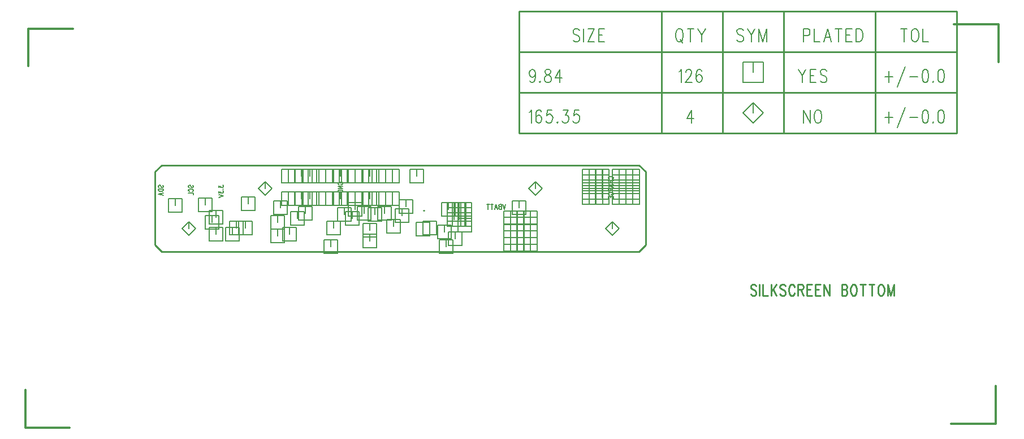
<source format=gbr>
*
*
G04 PADS 9.5 Build Number: 522968 generated Gerber (RS-274-X) file*
G04 PC Version=2.1*
*
%IN "BMON.pcb"*%
*
%MOIN*%
*
%FSLAX35Y35*%
*
*
*
*
G04 PC Standard Apertures*
*
*
G04 Thermal Relief Aperture macro.*
%AMTER*
1,1,$1,0,0*
1,0,$1-$2,0,0*
21,0,$3,$4,0,0,45*
21,0,$3,$4,0,0,135*
%
*
*
G04 Annular Aperture macro.*
%AMANN*
1,1,$1,0,0*
1,0,$2,0,0*
%
*
*
G04 Odd Aperture macro.*
%AMODD*
1,1,$1,0,0*
1,0,$1-0.005,0,0*
%
*
*
G04 PC Custom Aperture Macros*
*
*
*
*
*
*
G04 PC Aperture Table*
*
%ADD011C,0.01*%
%ADD015C,0.00591*%
%ADD016C,0.008*%
%ADD033C,0.001*%
%ADD057C,0.01181*%
*
*
*
*
G04 PC Circuitry*
G04 Layer Name BMON.pcb - circuitry*
%LPD*%
*
*
G04 PC Custom Flashes*
G04 Layer Name BMON.pcb - flashes*
%LPD*%
*
*
G04 PC Circuitry*
G04 Layer Name BMON.pcb - circuitry*
%LPD*%
*
G54D11*
G01X2006156Y1659025D02*
X2005701Y1659650D01*
X2005019Y1659963*
X2005019D02*
X2004110D01*
X2004110D02*
X2003429Y1659650D01*
X2002974Y1659025*
Y1658400*
X2003201Y1657775*
X2003429Y1657463*
X2003429D02*
X2003883Y1657150D01*
X2005247Y1656525*
X2005701Y1656213*
X2005701D02*
X2005929Y1655900D01*
X2006156Y1655275*
Y1654338*
X2006156D02*
X2005701Y1653713D01*
X2005701D02*
X2005019Y1653400D01*
X2004110*
X2003429Y1653713*
X2003429D02*
X2002974Y1654338D01*
X2008201Y1659963D02*
Y1653400D01*
X2010247Y1659963D02*
Y1653400D01*
X2012974*
X2015019Y1659963D02*
Y1653400D01*
X2018201Y1659963D02*
X2015019Y1655588D01*
X2016156Y1657150D02*
X2018201Y1653400D01*
X2023429Y1659025D02*
X2022974Y1659650D01*
X2022292Y1659963*
X2022292D02*
X2021383D01*
X2021383D02*
X2020701Y1659650D01*
X2020247Y1659025*
Y1658400*
X2020474Y1657775*
X2020701Y1657463*
X2020701D02*
X2021156Y1657150D01*
X2022519Y1656525*
X2022974Y1656213*
X2022974D02*
X2023201Y1655900D01*
X2023429Y1655275*
Y1654338*
X2023429D02*
X2022974Y1653713D01*
X2022974D02*
X2022292Y1653400D01*
X2021383*
X2020701Y1653713*
X2020701D02*
X2020247Y1654338D01*
X2028883Y1658400D02*
X2028656Y1659025D01*
X2028201Y1659650*
X2027747Y1659963*
X2027747D02*
X2026838D01*
X2026838D02*
X2026383Y1659650D01*
X2025929Y1659025*
X2025701Y1658400*
X2025474Y1657463*
X2025474D02*
Y1655900D01*
X2025701Y1654963*
X2025701D02*
X2025929Y1654338D01*
X2025929D02*
X2026383Y1653713D01*
X2026383D02*
X2026838Y1653400D01*
X2027747*
X2028201Y1653713*
X2028201D02*
X2028656Y1654338D01*
X2028656D02*
X2028883Y1654963D01*
X2030929Y1659963D02*
Y1653400D01*
Y1659963D02*
X2032974D01*
X2032974D02*
X2033656Y1659650D01*
X2033883Y1659338*
X2033883D02*
X2034110Y1658713D01*
X2034110D02*
Y1658088D01*
X2034110D02*
X2033883Y1657463D01*
X2033883D02*
X2033656Y1657150D01*
X2032974Y1656838*
X2032974D02*
X2030929D01*
X2032519D02*
X2034110Y1653400D01*
X2036156Y1659963D02*
Y1653400D01*
Y1659963D02*
X2039110D01*
X2036156Y1656838D02*
X2037974D01*
X2036156Y1653400D02*
X2039110D01*
X2041156Y1659963D02*
Y1653400D01*
Y1659963D02*
X2044110D01*
X2041156Y1656838D02*
X2042974D01*
X2041156Y1653400D02*
X2044110D01*
X2046156Y1659963D02*
Y1653400D01*
Y1659963D02*
X2049338Y1653400D01*
Y1659963D02*
Y1653400D01*
X2056610Y1659963D02*
Y1653400D01*
Y1659963D02*
X2058656D01*
X2058656D02*
X2059338Y1659650D01*
X2059565Y1659338*
X2059565D02*
X2059792Y1658713D01*
X2059792D02*
Y1658088D01*
X2059792D02*
X2059565Y1657463D01*
X2059565D02*
X2059338Y1657150D01*
X2058656Y1656838*
X2056610D02*
X2058656D01*
X2058656D02*
X2059338Y1656525D01*
X2059565Y1656213*
X2059565D02*
X2059792Y1655588D01*
X2059792D02*
Y1654650D01*
X2059565Y1654025*
X2059338Y1653713*
X2059338D02*
X2058656Y1653400D01*
X2056610*
X2063201Y1659963D02*
X2062747Y1659650D01*
X2062292Y1659025*
X2062065Y1658400*
X2061838Y1657463*
X2061838D02*
Y1655900D01*
X2062065Y1654963*
X2062065D02*
X2062292Y1654338D01*
X2062292D02*
X2062747Y1653713D01*
X2062747D02*
X2063201Y1653400D01*
X2064110*
X2064565Y1653713*
X2064565D02*
X2065019Y1654338D01*
X2065019D02*
X2065247Y1654963D01*
X2065247D02*
X2065474Y1655900D01*
Y1657463*
X2065474D02*
X2065247Y1658400D01*
X2065019Y1659025*
X2064565Y1659650*
X2064110Y1659963*
X2064110D02*
X2063201D01*
X2069110D02*
Y1653400D01*
X2067519Y1659963D02*
X2070701D01*
X2074338D02*
Y1653400D01*
X2072747Y1659963D02*
X2075929D01*
X2079338D02*
X2078883Y1659650D01*
X2078429Y1659025*
X2078201Y1658400*
X2077974Y1657463*
X2077974D02*
Y1655900D01*
X2078201Y1654963*
X2078201D02*
X2078429Y1654338D01*
X2078429D02*
X2078883Y1653713D01*
X2078883D02*
X2079338Y1653400D01*
X2080247*
X2080701Y1653713*
X2080701D02*
X2081156Y1654338D01*
X2081156D02*
X2081383Y1654963D01*
X2081383D02*
X2081610Y1655900D01*
Y1657463*
X2081610D02*
X2081383Y1658400D01*
X2081156Y1659025*
X2080701Y1659650*
X2080247Y1659963*
X2080247D02*
X2079338D01*
X2083656D02*
Y1653400D01*
Y1659963D02*
X2085474Y1653400D01*
X2087292Y1659963D02*
X2085474Y1653400D01*
X2087292Y1659963D02*
Y1653400D01*
X1937242Y1730419D02*
X1655746D01*
X1651809Y1726482*
Y1683175*
X1655746Y1679238*
X1937242*
X1941179Y1683175*
Y1726482*
X1937242Y1730419*
X1866494Y1821238D02*
X2124494D01*
X1866494Y1797238D02*
X2124494D01*
X1866494Y1773238D02*
X2124494D01*
X1866494Y1749238D02*
X2124494D01*
X1866494Y1821238D02*
Y1749238D01*
X1950494Y1821238D02*
Y1749238D01*
X1986494Y1821238D02*
Y1749238D01*
X2022494Y1821238D02*
Y1749238D01*
X2076494Y1821238D02*
Y1749238D01*
X2124494Y1821238D02*
Y1749238D01*
G54D15*
X1654258Y1717230D02*
X1653987Y1717427D01*
X1653852Y1717722*
Y1718116*
X1653987Y1718411*
X1654258Y1718608*
X1654528*
X1654799Y1718509*
X1654934Y1718411*
X1655070Y1718214*
X1655340Y1717624*
X1655476Y1717427*
X1655611Y1717328*
X1655882Y1717230*
X1656288*
X1656558Y1717427*
X1656694Y1717722*
Y1718116*
X1656558Y1718411*
X1656288Y1718608*
X1653852Y1716344D02*
X1656694D01*
X1653852D02*
Y1715655D01*
X1653987Y1715360*
X1654258Y1715163*
X1654528Y1715065*
X1654934Y1714966*
X1655611*
X1656017Y1715065*
X1656288Y1715163*
X1656558Y1715360*
X1656694Y1715655*
Y1716344*
X1653852Y1713293D02*
X1656694Y1714080D01*
X1653852Y1713293D02*
X1656694Y1712506D01*
X1655746Y1713785D02*
Y1712801D01*
X1671958Y1717230D02*
X1671687Y1717427D01*
X1671552Y1717722*
Y1718116*
X1671687Y1718411*
X1671958Y1718608*
X1672228*
X1672499Y1718509*
X1672634Y1718411*
X1672770Y1718214*
X1673040Y1717624*
X1673176Y1717427*
X1673311Y1717328*
X1673582Y1717230*
X1673988*
X1674258Y1717427*
X1674394Y1717722*
Y1718116*
X1674258Y1718411*
X1673988Y1718608*
X1672228Y1714868D02*
X1671958Y1714966D01*
X1671687Y1715163*
X1671552Y1715360*
Y1715754*
X1671687Y1715950*
X1671958Y1716147*
X1672228Y1716246*
X1672634Y1716344*
X1673311*
X1673717Y1716246*
X1673988Y1716147*
X1674258Y1715950*
X1674394Y1715754*
Y1715360*
X1674258Y1715163*
X1673988Y1714966*
X1673717Y1714868*
X1671552Y1713982D02*
X1674394D01*
Y1712801*
X1689352Y1718411D02*
Y1717328D01*
X1690434Y1717919*
Y1717624*
X1690570Y1717427*
X1690705Y1717328*
X1691111Y1717230*
X1691382*
X1691788Y1717328*
X1692058Y1717525*
X1692194Y1717820*
Y1718116*
X1692058Y1718411*
X1691923Y1718509*
X1691652Y1718608*
X1691923Y1716246D02*
X1692058Y1716344D01*
X1692194Y1716246*
X1692058Y1716147*
X1691923Y1716246*
X1689352Y1715065D02*
Y1713982D01*
X1690434Y1714572*
Y1714277*
X1690570Y1714080*
X1690705Y1713982*
X1691111Y1713883*
X1691382*
X1691788Y1713982*
X1692058Y1714179*
X1692194Y1714474*
Y1714769*
X1692058Y1715065*
X1691923Y1715163*
X1691652Y1715261*
X1689352Y1712998D02*
X1692194Y1712210D01*
X1689352Y1711423D02*
X1692194Y1712210D01*
X1919828Y1722161D02*
X1919558Y1722260D01*
X1919287Y1722457*
X1919152Y1722654*
Y1723047*
X1919287Y1723244*
X1919558Y1723441*
X1919828Y1723539*
X1920234Y1723638*
X1920911*
X1921317Y1723539*
X1921588Y1723441*
X1921858Y1723244*
X1921994Y1723047*
Y1722654*
X1921858Y1722457*
X1921588Y1722260*
X1921317Y1722161*
X1919152Y1721276D02*
X1921994D01*
X1919152Y1719898D02*
X1921994D01*
X1920505Y1721276D02*
Y1719898D01*
X1919152Y1718224D02*
X1921994Y1719012D01*
X1919152Y1718224D02*
X1921994Y1717437D01*
X1921046Y1718717D02*
Y1717732D01*
X1919152Y1716551D02*
X1921994D01*
X1919152D02*
Y1715665D01*
X1919287Y1715370*
X1919422Y1715272*
X1919693Y1715173*
X1919964*
X1920234Y1715272*
X1920370Y1715370*
X1920505Y1715665*
Y1716551*
Y1715862D02*
X1921994Y1715173D01*
X1919828Y1712811D02*
X1919558Y1712909D01*
X1919287Y1713106*
X1919152Y1713303*
Y1713697*
X1919287Y1713894*
X1919558Y1714091*
X1919828Y1714189*
X1920234Y1714287*
X1920911*
X1921317Y1714189*
X1921588Y1714091*
X1921858Y1713894*
X1921994Y1713697*
Y1713303*
X1921858Y1713106*
X1921588Y1712909*
X1921317Y1712811*
X1920911*
Y1713303D02*
Y1712811D01*
X1919152Y1711925D02*
X1921994D01*
X1919152D02*
Y1710646D01*
X1920505Y1711925D02*
Y1711138D01*
X1921994Y1711925D02*
Y1710646D01*
X1858394Y1707180D02*
X1857606Y1704338D01*
X1856819Y1707180D02*
X1857606Y1704338D01*
X1855933Y1707180D02*
Y1704338D01*
Y1707180D02*
X1855047D01*
X1854752Y1707044*
X1854654Y1706909*
X1854555Y1706638*
Y1706368*
X1854654Y1706097*
X1854752Y1705962*
X1855047Y1705826*
X1855933D02*
X1855047D01*
X1854752Y1705691*
X1854654Y1705556*
X1854555Y1705285*
Y1704879*
X1854654Y1704608*
X1854752Y1704473*
X1855047Y1704338*
X1855933*
X1852882Y1707180D02*
X1853669Y1704338D01*
X1852882Y1707180D02*
X1852094Y1704338D01*
X1853374Y1705285D02*
X1852390D01*
X1850520Y1707180D02*
Y1704338D01*
X1851209Y1707180D02*
X1849831D01*
X1848256D02*
Y1704338D01*
X1848945Y1707180D02*
X1847567D01*
X1760328Y1718861D02*
X1760058Y1718960D01*
X1759787Y1719157*
X1759652Y1719354*
Y1719747*
X1759787Y1719944*
X1760058Y1720141*
X1760328Y1720239*
X1760734Y1720338*
X1761411*
X1761817Y1720239*
X1762088Y1720141*
X1762358Y1719944*
X1762494Y1719747*
Y1719354*
X1762358Y1719157*
X1762088Y1718960*
X1761817Y1718861*
X1761411*
Y1719354D02*
Y1718861D01*
X1759652Y1717976D02*
X1762494D01*
X1759652D02*
X1762494Y1716598D01*
X1759652D02*
X1762494D01*
X1759652Y1715712D02*
X1762494D01*
X1759652D02*
Y1715023D01*
X1759787Y1714728*
X1760058Y1714531*
X1760328Y1714432*
X1760734Y1714334*
X1761411*
X1761817Y1714432*
X1762088Y1714531*
X1762358Y1714728*
X1762494Y1715023*
Y1715712*
X1810202Y1703559D02*
X1810448Y1703738D01*
X1810694Y1703559*
X1810448Y1703380*
X1810202Y1703559*
G54D16*
X1876218Y1712639D02*
X1880218Y1716639D01*
X1876218Y1720639*
X1872218Y1716639*
X1876218Y1712639*
Y1716639D02*
Y1720639D01*
X1716769Y1712639D02*
X1720769Y1716639D01*
X1716769Y1720639*
X1712769Y1716639*
X1716769Y1712639*
Y1716639D02*
Y1720639D01*
X1921297Y1689017D02*
X1925297Y1693017D01*
X1921297Y1697017*
X1917297Y1693017*
X1921297Y1689017*
Y1693017D02*
Y1697017D01*
X1671691Y1689017D02*
X1675691Y1693017D01*
X1671691Y1697017*
X1667691Y1693017*
X1671691Y1689017*
Y1693017D02*
Y1697017D01*
X1751549Y1678387D02*
X1759549D01*
Y1686387*
X1751549*
Y1678387*
X1755549Y1682387D02*
Y1686387D01*
X1819265Y1678387D02*
X1827265D01*
Y1686387*
X1819265*
Y1678387*
X1823265Y1682387D02*
Y1686387D01*
X1865235Y1679650D02*
X1873235D01*
Y1687650*
X1865235*
Y1679650*
X1869235Y1683650D02*
Y1687650D01*
X1857361Y1679650D02*
X1865361D01*
Y1687650*
X1857361*
Y1679650*
X1861361Y1683650D02*
Y1687650D01*
X1861298Y1679650D02*
X1869298D01*
Y1687650*
X1861298*
Y1679650*
X1865298Y1683650D02*
Y1687650D01*
X1869172Y1679650D02*
X1877172D01*
Y1687650*
X1869172*
Y1679650*
X1873172Y1683650D02*
Y1687650D01*
X1683832Y1685474D02*
X1691832D01*
Y1693474*
X1683832*
Y1685474*
X1687832Y1689474D02*
Y1693474D01*
X1683832Y1695710D02*
X1691832D01*
Y1703710*
X1683832*
Y1695710*
X1687832Y1699710D02*
Y1703710D01*
X1681470Y1692561D02*
X1689470D01*
Y1700561*
X1681470*
Y1692561*
X1685470Y1696561D02*
Y1700561D01*
X1695643Y1689411D02*
X1703643D01*
Y1697411*
X1695643*
Y1689411*
X1699643Y1693411D02*
Y1697411D01*
X1693281Y1685474D02*
X1701281D01*
Y1693474*
X1693281*
Y1685474*
X1697281Y1689474D02*
Y1693474D01*
X1701155Y1689411D02*
X1709155D01*
Y1697411*
X1701155*
Y1689411*
X1705155Y1693411D02*
Y1697411D01*
X1721628Y1701222D02*
X1729628D01*
Y1709222*
X1721628*
Y1701222*
X1725628Y1705222D02*
Y1709222D01*
X1720053Y1692561D02*
X1728053D01*
Y1700561*
X1720053*
Y1692561*
X1724053Y1696561D02*
Y1700561D01*
X1720053Y1684687D02*
X1728053D01*
Y1692687*
X1720053*
Y1684687*
X1724053Y1688687D02*
Y1692687D01*
X1727139Y1685474D02*
X1735139D01*
Y1693474*
X1727139*
Y1685474*
X1731139Y1689474D02*
Y1693474D01*
X1731864Y1694923D02*
X1739864D01*
Y1702923*
X1731864*
Y1694923*
X1735864Y1698923D02*
Y1702923D01*
X1736588Y1698072D02*
X1744588D01*
Y1706072*
X1736588*
Y1698072*
X1740588Y1702072D02*
Y1706072D01*
X1765722Y1700435D02*
X1773722D01*
Y1708435*
X1765722*
Y1700435*
X1769722Y1704435D02*
Y1708435D01*
X1759423Y1697285D02*
X1767423D01*
Y1705285*
X1759423*
Y1697285*
X1763423Y1701285D02*
Y1705285D01*
X1764147Y1694923D02*
X1772147D01*
Y1702923*
X1764147*
Y1694923*
X1768147Y1698923D02*
Y1702923D01*
X1753124Y1689411D02*
X1761124D01*
Y1697411*
X1753124*
Y1689411*
X1757124Y1693411D02*
Y1697411D01*
X1774383Y1687836D02*
X1782383D01*
Y1695836*
X1774383*
Y1687836*
X1778383Y1691836D02*
Y1695836D01*
X1771234Y1698072D02*
X1779234D01*
Y1706072*
X1771234*
Y1698072*
X1775234Y1702072D02*
Y1706072D01*
X1774383Y1681537D02*
X1782383D01*
Y1689537*
X1774383*
Y1681537*
X1778383Y1685537D02*
Y1689537D01*
X1777533Y1697285D02*
X1785533D01*
Y1705285*
X1777533*
Y1697285*
X1781533Y1701285D02*
Y1705285D01*
X1783045Y1698072D02*
X1791045D01*
Y1706072*
X1783045*
Y1698072*
X1787045Y1702072D02*
Y1706072D01*
X1788557Y1690198D02*
X1796557D01*
Y1698198*
X1788557*
Y1690198*
X1792557Y1694198D02*
Y1698198D01*
X1793281Y1696498D02*
X1801281D01*
Y1704498*
X1793281*
Y1696498*
X1797281Y1700498D02*
Y1704498D01*
X1805880Y1688624D02*
X1813880D01*
Y1696624*
X1805880*
Y1688624*
X1809880Y1692624D02*
Y1696624D01*
X1824777Y1683112D02*
X1832777D01*
Y1691112*
X1824777*
Y1683112*
X1828777Y1687112D02*
Y1691112D01*
X1820840Y1700435D02*
X1828840D01*
Y1708435*
X1820840*
Y1700435*
X1824840Y1704435D02*
Y1708435D01*
X1823990Y1700435D02*
X1831990D01*
Y1708435*
X1823990*
Y1700435*
X1827990Y1704435D02*
Y1708435D01*
X1823990Y1697285D02*
X1831990D01*
Y1705285*
X1823990*
Y1697285*
X1827990Y1701285D02*
Y1705285D01*
X1823990Y1694135D02*
X1831990D01*
Y1702135*
X1823990*
Y1694135*
X1827990Y1698135D02*
Y1702135D01*
X1818478Y1687049D02*
X1826478D01*
Y1695049*
X1818478*
Y1687049*
X1822478Y1691049D02*
Y1695049D01*
X1809817Y1689411D02*
X1817817D01*
Y1697411*
X1809817*
Y1689411*
X1813817Y1693411D02*
Y1697411D01*
X1827139Y1700435D02*
X1835139D01*
Y1708435*
X1827139*
Y1700435*
X1831139Y1704435D02*
Y1708435D01*
X1830289Y1700435D02*
X1838289D01*
Y1708435*
X1830289*
Y1700435*
X1834289Y1704435D02*
Y1708435D01*
X1830289Y1697285D02*
X1838289D01*
Y1705285*
X1830289*
Y1697285*
X1834289Y1701285D02*
Y1705285D01*
X1827139Y1697285D02*
X1835139D01*
Y1705285*
X1827139*
Y1697285*
X1831139Y1701285D02*
Y1705285D01*
X1827139Y1694135D02*
X1835139D01*
Y1702135*
X1827139*
Y1694135*
X1831139Y1698135D02*
Y1702135D01*
X1830289Y1694135D02*
X1838289D01*
Y1702135*
X1830289*
Y1694135*
X1834289Y1698135D02*
Y1702135D01*
X1830294Y1690938D02*
X1838294D01*
Y1698938*
X1830294*
Y1690938*
X1834294Y1694938D02*
Y1698938D01*
X1862572Y1701222D02*
X1870572D01*
Y1709222*
X1862572*
Y1701222*
X1866572Y1705222D02*
Y1709222D01*
X1865235Y1683587D02*
X1873235D01*
Y1691587*
X1865235*
Y1683587*
X1869235Y1687587D02*
Y1691587D01*
X1857361Y1683587D02*
X1865361D01*
Y1691587*
X1857361*
Y1683587*
X1861361Y1687587D02*
Y1691587D01*
X1861298Y1683587D02*
X1869298D01*
Y1691587*
X1861298*
Y1683587*
X1865298Y1687587D02*
Y1691587D01*
X1865235Y1687524D02*
X1873235D01*
Y1695524*
X1865235*
Y1687524*
X1869235Y1691524D02*
Y1695524D01*
X1857361Y1687524D02*
X1865361D01*
Y1695524*
X1857361*
Y1687524*
X1861361Y1691524D02*
Y1695524D01*
X1857361Y1695398D02*
X1865361D01*
Y1703398*
X1857361*
Y1695398*
X1861361Y1699398D02*
Y1703398D01*
X1861298Y1691461D02*
X1869298D01*
Y1699461*
X1861298*
Y1691461*
X1865298Y1695461D02*
Y1699461D01*
X1857361Y1691461D02*
X1865361D01*
Y1699461*
X1857361*
Y1691461*
X1861361Y1695461D02*
Y1699461D01*
X1865235Y1695398D02*
X1873235D01*
Y1703398*
X1865235*
Y1695398*
X1869235Y1699398D02*
Y1703398D01*
X1861298Y1695398D02*
X1869298D01*
Y1703398*
X1861298*
Y1695398*
X1865298Y1699398D02*
Y1703398D01*
X1865235Y1691461D02*
X1873235D01*
Y1699461*
X1865235*
Y1691461*
X1869235Y1695461D02*
Y1699461D01*
X1861298Y1687524D02*
X1869298D01*
Y1695524*
X1861298*
Y1687524*
X1865298Y1691524D02*
Y1695524D01*
X1869172Y1683587D02*
X1877172D01*
Y1691587*
X1869172*
Y1683587*
X1873172Y1687587D02*
Y1691587D01*
X1869172Y1687524D02*
X1877172D01*
Y1695524*
X1869172*
Y1687524*
X1873172Y1691524D02*
Y1695524D01*
X1869172Y1695398D02*
X1877172D01*
Y1703398*
X1869172*
Y1695398*
X1873172Y1699398D02*
Y1703398D01*
X1869172Y1691461D02*
X1877172D01*
Y1699461*
X1869172*
Y1691461*
X1873172Y1695461D02*
Y1699461D01*
X1659694Y1702738D02*
X1667694D01*
Y1710738*
X1659694*
Y1702738*
X1663694Y1706738D02*
Y1710738D01*
X1677494Y1702938D02*
X1685494D01*
Y1710938*
X1677494*
Y1702938*
X1681494Y1706938D02*
Y1710938D01*
X1702730Y1703584D02*
X1710730D01*
Y1711584*
X1702730*
Y1703584*
X1706730Y1707584D02*
Y1711584D01*
X1738950Y1706734D02*
X1746950D01*
Y1714734*
X1738950*
Y1706734*
X1742950Y1710734D02*
Y1714734D01*
X1738950Y1720120D02*
X1746950D01*
Y1728120*
X1738950*
Y1720120*
X1742950Y1724120D02*
Y1728120D01*
X1744462Y1706734D02*
X1752462D01*
Y1714734*
X1744462*
Y1706734*
X1748462Y1710734D02*
Y1714734D01*
X1730289Y1706734D02*
X1738289D01*
Y1714734*
X1730289*
Y1706734*
X1734289Y1710734D02*
Y1714734D01*
X1726352Y1706734D02*
X1734352D01*
Y1714734*
X1726352*
Y1706734*
X1730352Y1710734D02*
Y1714734D01*
X1734226Y1706734D02*
X1742226D01*
Y1714734*
X1734226*
Y1706734*
X1738226Y1710734D02*
Y1714734D01*
X1730289Y1720120D02*
X1738289D01*
Y1728120*
X1730289*
Y1720120*
X1734289Y1724120D02*
Y1728120D01*
X1726352Y1720120D02*
X1734352D01*
Y1728120*
X1726352*
Y1720120*
X1730352Y1724120D02*
Y1728120D01*
X1734226Y1720120D02*
X1742226D01*
Y1728120*
X1734226*
Y1720120*
X1738226Y1724120D02*
Y1728120D01*
X1744462Y1720120D02*
X1752462D01*
Y1728120*
X1744462*
Y1720120*
X1748462Y1724120D02*
Y1728120D01*
X1757061Y1706734D02*
X1765061D01*
Y1714734*
X1757061*
Y1706734*
X1761061Y1710734D02*
Y1714734D01*
X1757061Y1720120D02*
X1765061D01*
Y1728120*
X1757061*
Y1720120*
X1761061Y1724120D02*
Y1728120D01*
X1748399Y1706734D02*
X1756399D01*
Y1714734*
X1748399*
Y1706734*
X1752399Y1710734D02*
Y1714734D01*
X1752336Y1706734D02*
X1760336D01*
Y1714734*
X1752336*
Y1706734*
X1756336Y1710734D02*
Y1714734D01*
X1748399Y1720120D02*
X1756399D01*
Y1728120*
X1748399*
Y1720120*
X1752399Y1724120D02*
Y1728120D01*
X1752336Y1720120D02*
X1760336D01*
Y1728120*
X1752336*
Y1720120*
X1756336Y1724120D02*
Y1728120D01*
X1761785Y1720120D02*
X1769785D01*
Y1728120*
X1761785*
Y1720120*
X1765785Y1724120D02*
Y1728120D01*
X1765722Y1720120D02*
X1773722D01*
Y1728120*
X1765722*
Y1720120*
X1769722Y1724120D02*
Y1728120D01*
X1761785Y1706734D02*
X1769785D01*
Y1714734*
X1761785*
Y1706734*
X1765785Y1710734D02*
Y1714734D01*
X1765722Y1706734D02*
X1773722D01*
Y1714734*
X1765722*
Y1706734*
X1769722Y1710734D02*
Y1714734D01*
X1774383Y1706734D02*
X1782383D01*
Y1714734*
X1774383*
Y1706734*
X1778383Y1710734D02*
Y1714734D01*
X1774383Y1720120D02*
X1782383D01*
Y1728120*
X1774383*
Y1720120*
X1778383Y1724120D02*
Y1728120D01*
X1769659Y1720120D02*
X1777659D01*
Y1728120*
X1769659*
Y1720120*
X1773659Y1724120D02*
Y1728120D01*
X1779895Y1720120D02*
X1787895D01*
Y1728120*
X1779895*
Y1720120*
X1783895Y1724120D02*
Y1728120D01*
X1783832Y1720120D02*
X1791832D01*
Y1728120*
X1783832*
Y1720120*
X1787832Y1724120D02*
Y1728120D01*
X1779895Y1706734D02*
X1787895D01*
Y1714734*
X1779895*
Y1706734*
X1783895Y1710734D02*
Y1714734D01*
X1783832Y1706734D02*
X1791832D01*
Y1714734*
X1783832*
Y1706734*
X1787832Y1710734D02*
Y1714734D01*
X1769659Y1706734D02*
X1777659D01*
Y1714734*
X1769659*
Y1706734*
X1773659Y1710734D02*
Y1714734D01*
X1801943Y1720120D02*
X1809943D01*
Y1728120*
X1801943*
Y1720120*
X1805943Y1724120D02*
Y1728120D01*
X1795643Y1702009D02*
X1803643D01*
Y1710009*
X1795643*
Y1702009*
X1799643Y1706009D02*
Y1710009D01*
X1787769Y1720120D02*
X1795769D01*
Y1728120*
X1787769*
Y1720120*
X1791769Y1724120D02*
Y1728120D01*
X1787769Y1706734D02*
X1795769D01*
Y1714734*
X1787769*
Y1706734*
X1791769Y1710734D02*
Y1714734D01*
X1903717Y1707221D02*
X1911717D01*
Y1715221*
X1903717*
Y1707221*
X1907717Y1711221D02*
Y1715221D01*
X1903717Y1719820D02*
X1911717D01*
Y1727820*
X1903717*
Y1719820*
X1907717Y1723820D02*
Y1727820D01*
X1903717Y1716670D02*
X1911717D01*
Y1724670*
X1903717*
Y1716670*
X1907717Y1720670D02*
Y1724670D01*
X1903717Y1713520D02*
X1911717D01*
Y1721520*
X1903717*
Y1713520*
X1907717Y1717520D02*
Y1721520D01*
X1903717Y1710371D02*
X1911717D01*
Y1718371*
X1903717*
Y1710371*
X1907717Y1714371D02*
Y1718371D01*
X1907654Y1707221D02*
X1915654D01*
Y1715221*
X1907654*
Y1707221*
X1911654Y1711221D02*
Y1715221D01*
X1911591Y1710371D02*
X1919591D01*
Y1718371*
X1911591*
Y1710371*
X1915591Y1714371D02*
Y1718371D01*
X1907654Y1710371D02*
X1915654D01*
Y1718371*
X1907654*
Y1710371*
X1911654Y1714371D02*
Y1718371D01*
X1911591Y1719820D02*
X1919591D01*
Y1727820*
X1911591*
Y1719820*
X1915591Y1723820D02*
Y1727820D01*
X1907654Y1719820D02*
X1915654D01*
Y1727820*
X1907654*
Y1719820*
X1911654Y1723820D02*
Y1727820D01*
X1911591Y1716670D02*
X1919591D01*
Y1724670*
X1911591*
Y1716670*
X1915591Y1720670D02*
Y1724670D01*
X1907654Y1716670D02*
X1915654D01*
Y1724670*
X1907654*
Y1716670*
X1911654Y1720670D02*
Y1724670D01*
X1907654Y1713520D02*
X1915654D01*
Y1721520*
X1907654*
Y1713520*
X1911654Y1717520D02*
Y1721520D01*
X1911591Y1713520D02*
X1919591D01*
Y1721520*
X1911591*
Y1713520*
X1915591Y1717520D02*
Y1721520D01*
X1911591Y1707221D02*
X1919591D01*
Y1715221*
X1911591*
Y1707221*
X1915591Y1711221D02*
Y1715221D01*
X1925365Y1716670D02*
X1933365D01*
Y1724670*
X1925365*
Y1716670*
X1929365Y1720670D02*
Y1724670D01*
X1925365Y1713520D02*
X1933365D01*
Y1721520*
X1925365*
Y1713520*
X1929365Y1717520D02*
Y1721520D01*
X1925365Y1719820D02*
X1933365D01*
Y1727820*
X1925365*
Y1719820*
X1929365Y1723820D02*
Y1727820D01*
X1925365Y1710371D02*
X1933365D01*
Y1718371*
X1925365*
Y1710371*
X1929365Y1714371D02*
Y1718371D01*
X1921428Y1719820D02*
X1929428D01*
Y1727820*
X1921428*
Y1719820*
X1925428Y1723820D02*
Y1727820D01*
X1925365Y1707221D02*
X1933365D01*
Y1715221*
X1925365*
Y1707221*
X1929365Y1711221D02*
Y1715221D01*
X1921428Y1716670D02*
X1929428D01*
Y1724670*
X1921428*
Y1716670*
X1925428Y1720670D02*
Y1724670D01*
X1921428Y1713520D02*
X1929428D01*
Y1721520*
X1921428*
Y1713520*
X1925428Y1717520D02*
Y1721520D01*
X1921428Y1710371D02*
X1929428D01*
Y1718371*
X1921428*
Y1710371*
X1925428Y1714371D02*
Y1718371D01*
X1921428Y1707221D02*
X1929428D01*
Y1715221*
X1921428*
Y1707221*
X1925428Y1711221D02*
Y1715221D01*
X1929302Y1719820D02*
X1937302D01*
Y1727820*
X1929302*
Y1719820*
X1933302Y1723820D02*
Y1727820D01*
X1929302Y1716670D02*
X1937302D01*
Y1724670*
X1929302*
Y1716670*
X1933302Y1720670D02*
Y1724670D01*
X1929302Y1713520D02*
X1937302D01*
Y1721520*
X1929302*
Y1713520*
X1933302Y1717520D02*
Y1721520D01*
X1929302Y1710371D02*
X1937302D01*
Y1718371*
X1929302*
Y1710371*
X1933302Y1714371D02*
Y1718371D01*
X1929302Y1707221D02*
X1937302D01*
Y1715221*
X1929302*
Y1707221*
X1933302Y1711221D02*
Y1715221D01*
X1902094Y1809988D02*
X1901548Y1810738D01*
X1900730Y1811113*
X1899639*
X1898821Y1810738*
X1898276Y1809988*
Y1809238*
X1898548Y1808488*
X1898821Y1808113*
X1899366Y1807738*
X1901003Y1806988*
X1901548Y1806613*
X1901821Y1806238*
X1902094Y1805488*
Y1804363*
X1901548Y1803613*
X1900730Y1803238*
X1899639*
X1898821Y1803613*
X1898276Y1804363*
X1904548Y1811113D02*
Y1803238D01*
X1910821Y1811113D02*
X1907003Y1803238D01*
Y1811113D02*
X1910821D01*
X1907003Y1803238D02*
X1910821D01*
X1913276Y1811113D02*
Y1803238D01*
Y1811113D02*
X1916821D01*
X1913276Y1807363D02*
X1915457D01*
X1913276Y1803238D02*
X1916821D01*
X1960457Y1811113D02*
X1959912Y1810738D01*
X1959366Y1809988*
X1959094Y1809238*
X1958821Y1808113*
Y1806238*
X1959094Y1805113*
X1959366Y1804363*
X1959912Y1803613*
X1960457Y1803238*
X1961548*
X1962094Y1803613*
X1962639Y1804363*
X1962912Y1805113*
X1963185Y1806238*
Y1808113*
X1962912Y1809238*
X1962639Y1809988*
X1962094Y1810738*
X1961548Y1811113*
X1960457*
X1961276Y1804738D02*
X1962912Y1802488D01*
X1967548Y1811113D02*
Y1803238D01*
X1965639Y1811113D02*
X1969457D01*
X1971912D02*
X1974094Y1807363D01*
Y1803238*
X1976276Y1811113D02*
X1974094Y1807363D01*
X1998639Y1809988D02*
X1998094Y1810738D01*
X1997276Y1811113*
X1996185*
X1995366Y1810738*
X1994821Y1809988*
Y1809238*
X1995094Y1808488*
X1995366Y1808113*
X1995912Y1807738*
X1997548Y1806988*
X1998094Y1806613*
X1998366Y1806238*
X1998639Y1805488*
Y1804363*
X1998094Y1803613*
X1997276Y1803238*
X1996185*
X1995366Y1803613*
X1994821Y1804363*
X2001094Y1811113D02*
X2003276Y1807363D01*
Y1803238*
X2005457Y1811113D02*
X2003276Y1807363D01*
X2007912Y1811113D02*
Y1803238D01*
Y1811113D02*
X2010094Y1803238D01*
X2012276Y1811113D02*
X2010094Y1803238D01*
X2012276Y1811113D02*
Y1803238D01*
X2034094Y1811113D02*
Y1803238D01*
Y1811113D02*
X2036548D01*
X2037366Y1810738*
X2037639Y1810363*
X2037912Y1809613*
Y1808488*
X2037639Y1807738*
X2037366Y1807363*
X2036548Y1806988*
X2034094*
X2040366Y1811113D02*
Y1803238D01*
X2043639*
X2048276Y1811113D02*
X2046094Y1803238D01*
X2048276Y1811113D02*
X2050457Y1803238D01*
X2046912Y1805863D02*
X2049639D01*
X2054821Y1811113D02*
Y1803238D01*
X2052912Y1811113D02*
X2056730D01*
X2059185D02*
Y1803238D01*
Y1811113D02*
X2062730D01*
X2059185Y1807363D02*
X2061366D01*
X2059185Y1803238D02*
X2062730D01*
X2065185Y1811113D02*
Y1803238D01*
Y1811113D02*
X2067094D01*
X2067912Y1810738*
X2068457Y1809988*
X2068730Y1809238*
X2069003Y1808113*
Y1806238*
X2068730Y1805113*
X2068457Y1804363*
X2067912Y1803613*
X2067094Y1803238*
X2065185*
X2093276Y1811113D02*
Y1803238D01*
X2091366Y1811113D02*
X2095185D01*
X2099276D02*
X2098730Y1810738D01*
X2098185Y1809988*
X2097912Y1809238*
X2097639Y1808113*
Y1806238*
X2097912Y1805113*
X2098185Y1804363*
X2098730Y1803613*
X2099276Y1803238*
X2100366*
X2100912Y1803613*
X2101457Y1804363*
X2101730Y1805113*
X2102003Y1806238*
Y1808113*
X2101730Y1809238*
X2101457Y1809988*
X2100912Y1810738*
X2100366Y1811113*
X2099276*
X2104457D02*
Y1803238D01*
X2107730*
X1876039Y1784488D02*
X1875766Y1783363D01*
X1875221Y1782613*
X1874403Y1782238*
X1874130*
X1873312Y1782613*
X1872766Y1783363*
X1872494Y1784488*
Y1784863*
X1872766Y1785988*
X1873312Y1786738*
X1874130Y1787113*
X1874403*
X1875221Y1786738*
X1875766Y1785988*
X1876039Y1784488*
Y1782613*
X1875766Y1780738*
X1875221Y1779613*
X1874403Y1779238*
X1873857*
X1873039Y1779613*
X1872766Y1780363*
X1878766Y1779988D02*
X1878494Y1779613D01*
X1878766Y1779238*
X1879039Y1779613*
X1878766Y1779988*
X1882857Y1787113D02*
X1882039Y1786738D01*
X1881766Y1785988*
Y1785238*
X1882039Y1784488*
X1882585Y1784113*
X1883676Y1783738*
X1884494Y1783363*
X1885039Y1782613*
X1885312Y1781863*
Y1780738*
X1885039Y1779988*
X1884766Y1779613*
X1883948Y1779238*
X1882857*
X1882039Y1779613*
X1881766Y1779988*
X1881494Y1780738*
Y1781863*
X1881766Y1782613*
X1882312Y1783363*
X1883130Y1783738*
X1884221Y1784113*
X1884766Y1784488*
X1885039Y1785238*
Y1785988*
X1884766Y1786738*
X1883948Y1787113*
X1882857*
X1890494D02*
X1887766Y1781863D01*
X1891857*
X1890494Y1787113D02*
Y1779238D01*
X1960730Y1785613D02*
X1961276Y1785988D01*
X1962094Y1787113*
Y1779238*
X1964821Y1785238D02*
Y1785613D01*
X1965094Y1786363*
X1965366Y1786738*
X1965912Y1787113*
X1967003*
X1967548Y1786738*
X1967821Y1786363*
X1968094Y1785613*
Y1784863*
X1967821Y1784113*
X1967276Y1782988*
X1964548Y1779238*
X1968366*
X1974094Y1785988D02*
X1973821Y1786738D01*
X1973003Y1787113*
X1972457*
X1971639Y1786738*
X1971094Y1785613*
X1970821Y1783738*
Y1781863*
X1971094Y1780363*
X1971639Y1779613*
X1972457Y1779238*
X1972730*
X1973548Y1779613*
X1974094Y1780363*
X1974366Y1781488*
Y1781863*
X1974094Y1782988*
X1973548Y1783738*
X1972730Y1784113*
X1972457*
X1971639Y1783738*
X1971094Y1782988*
X1970821Y1781863*
X1998494Y1779238D02*
X2010494D01*
Y1791238*
X1998494*
Y1779238*
X2004494Y1785238D02*
Y1791238D01*
X2031230Y1787113D02*
X2033412Y1783363D01*
Y1779238*
X2035594Y1787113D02*
X2033412Y1783363D01*
X2038048Y1787113D02*
Y1779238D01*
Y1787113D02*
X2041594D01*
X2038048Y1783363D02*
X2040230D01*
X2038048Y1779238D02*
X2041594D01*
X2047866Y1785988D02*
X2047321Y1786738D01*
X2046503Y1787113*
X2045412*
X2044594Y1786738*
X2044048Y1785988*
Y1785238*
X2044321Y1784488*
X2044594Y1784113*
X2045139Y1783738*
X2046776Y1782988*
X2047321Y1782613*
X2047594Y1782238*
X2047866Y1781488*
Y1780363*
X2047321Y1779613*
X2046503Y1779238*
X2045412*
X2044594Y1779613*
X2044048Y1780363*
X2084412Y1785988D02*
Y1779238D01*
X2081957Y1782613D02*
X2086866D01*
X2094230Y1788613D02*
X2089321Y1776613D01*
X2096685Y1782613D02*
X2101594D01*
X2105685Y1787113D02*
X2104866Y1786738D01*
X2104321Y1785613*
X2104048Y1783738*
Y1782613*
X2104321Y1780738*
X2104866Y1779613*
X2105685Y1779238*
X2106230*
X2107048Y1779613*
X2107594Y1780738*
X2107866Y1782613*
Y1783738*
X2107594Y1785613*
X2107048Y1786738*
X2106230Y1787113*
X2105685*
X2110594Y1779988D02*
X2110321Y1779613D01*
X2110594Y1779238*
X2110866Y1779613*
X2110594Y1779988*
X2114957Y1787113D02*
X2114139Y1786738D01*
X2113594Y1785613*
X2113321Y1783738*
Y1782613*
X2113594Y1780738*
X2114139Y1779613*
X2114957Y1779238*
X2115503*
X2116321Y1779613*
X2116866Y1780738*
X2117139Y1782613*
Y1783738*
X2116866Y1785613*
X2116321Y1786738*
X2115503Y1787113*
X2114957*
X1872494Y1761613D02*
X1873039Y1761988D01*
X1873857Y1763113*
Y1755238*
X1879585Y1761988D02*
X1879312Y1762738D01*
X1878494Y1763113*
X1877948*
X1877130Y1762738*
X1876585Y1761613*
X1876312Y1759738*
Y1757863*
X1876585Y1756363*
X1877130Y1755613*
X1877948Y1755238*
X1878221*
X1879039Y1755613*
X1879585Y1756363*
X1879857Y1757488*
Y1757863*
X1879585Y1758988*
X1879039Y1759738*
X1878221Y1760113*
X1877948*
X1877130Y1759738*
X1876585Y1758988*
X1876312Y1757863*
X1885857Y1763113D02*
X1883130D01*
X1882857Y1759738*
X1883130Y1760113*
X1883948Y1760488*
X1884766*
X1885585Y1760113*
X1886130Y1759363*
X1886403Y1758238*
X1886130Y1757488*
X1885857Y1756363*
X1885312Y1755613*
X1884494Y1755238*
X1883676*
X1882857Y1755613*
X1882585Y1755988*
X1882312Y1756738*
X1889130Y1755988D02*
X1888857Y1755613D01*
X1889130Y1755238*
X1889403Y1755613*
X1889130Y1755988*
X1892403Y1763113D02*
X1895403D01*
X1893766Y1760113*
X1894585*
X1895130Y1759738*
X1895403Y1759363*
X1895676Y1758238*
Y1757488*
X1895403Y1756363*
X1894857Y1755613*
X1894039Y1755238*
X1893221*
X1892403Y1755613*
X1892130Y1755988*
X1891857Y1756738*
X1901676Y1763113D02*
X1898948D01*
X1898676Y1759738*
X1898948Y1760113*
X1899766Y1760488*
X1900585*
X1901403Y1760113*
X1901948Y1759363*
X1902221Y1758238*
X1901948Y1757488*
X1901676Y1756363*
X1901130Y1755613*
X1900312Y1755238*
X1899494*
X1898676Y1755613*
X1898403Y1755988*
X1898130Y1756738*
X1968230Y1763113D02*
X1965503Y1757863D01*
X1969594*
X1968230Y1763113D02*
Y1755238D01*
X2004494D02*
X2010494Y1761238D01*
X2004494Y1767238*
X1998494Y1761238*
X2004494Y1755238*
Y1761238D02*
Y1767238D01*
X2034230Y1763113D02*
Y1755238D01*
Y1763113D02*
X2038048Y1755238D01*
Y1763113D02*
Y1755238D01*
X2042139Y1763113D02*
X2041594Y1762738D01*
X2041048Y1761988*
X2040776Y1761238*
X2040503Y1760113*
Y1758238*
X2040776Y1757113*
X2041048Y1756363*
X2041594Y1755613*
X2042139Y1755238*
X2043230*
X2043776Y1755613*
X2044321Y1756363*
X2044594Y1757113*
X2044866Y1758238*
Y1760113*
X2044594Y1761238*
X2044321Y1761988*
X2043776Y1762738*
X2043230Y1763113*
X2042139*
X2084412Y1761988D02*
Y1755238D01*
X2081957Y1758613D02*
X2086866D01*
X2094230Y1764613D02*
X2089321Y1752613D01*
X2096685Y1758613D02*
X2101594D01*
X2105685Y1763113D02*
X2104866Y1762738D01*
X2104321Y1761613*
X2104048Y1759738*
Y1758613*
X2104321Y1756738*
X2104866Y1755613*
X2105685Y1755238*
X2106230*
X2107048Y1755613*
X2107594Y1756738*
X2107866Y1758613*
Y1759738*
X2107594Y1761613*
X2107048Y1762738*
X2106230Y1763113*
X2105685*
X2110594Y1755988D02*
X2110321Y1755613D01*
X2110594Y1755238*
X2110866Y1755613*
X2110594Y1755988*
X2114957Y1763113D02*
X2114139Y1762738D01*
X2113594Y1761613*
X2113321Y1759738*
Y1758613*
X2113594Y1756738*
X2114139Y1755613*
X2114957Y1755238*
X2115503*
X2116321Y1755613*
X2116866Y1756738*
X2117139Y1758613*
Y1759738*
X2116866Y1761613*
X2116321Y1762738*
X2115503Y1763113*
X2114957*
G54D33*
G54D57*
X1577094Y1788838D02*
Y1811082D01*
X1603275*
X1575394Y1597638D02*
Y1575394D01*
X1601575*
X2149094Y1791238D02*
Y1813482D01*
X2122913*
X2147394Y1600038D02*
Y1577794D01*
X2121213*
X0Y0D02*
M02*

</source>
